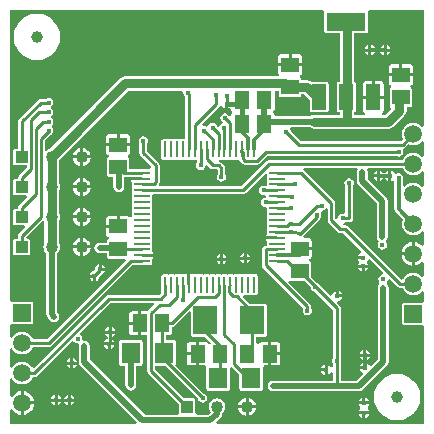
<source format=gbl>
G04 Layer_Physical_Order=2*
G04 Layer_Color=16711680*
%FSLAX24Y24*%
%MOIN*%
G70*
G01*
G75*
%ADD10R,0.0512X0.0591*%
%ADD11R,0.0591X0.0512*%
%ADD13R,0.0591X0.0591*%
%ADD19C,0.0197*%
%ADD20C,0.0098*%
%ADD21C,0.0118*%
%ADD22C,0.0591*%
%ADD23R,0.0400X0.0400*%
%ADD24C,0.0400*%
%ADD25R,0.0400X0.0400*%
%ADD26C,0.0394*%
%ADD27C,0.0150*%
%ADD28C,0.0170*%
%ADD29R,0.1299X0.0630*%
%ADD30R,0.0472X0.0866*%
%ADD31R,0.0787X0.0945*%
%ADD32R,0.0630X0.0709*%
%ADD33R,0.0531X0.0114*%
%ADD34R,0.0114X0.0531*%
%ADD35C,0.0315*%
%ADD36C,0.0157*%
G36*
X10623Y13973D02*
X10663Y13917D01*
Y13287D01*
X10669Y13257D01*
X10686Y13231D01*
X10712Y13213D01*
X10743Y13207D01*
X11176D01*
Y11596D01*
X11157D01*
X11126Y11590D01*
X11100Y11573D01*
X11082Y11547D01*
X11076Y11516D01*
Y10650D01*
X11082Y10619D01*
X11100Y10593D01*
X11126Y10575D01*
X11157Y10569D01*
X11176D01*
Y10502D01*
X10335D01*
X10242Y10483D01*
X10180Y10441D01*
X9003D01*
Y10482D01*
X8996Y10513D01*
X8979Y10539D01*
X8967Y10547D01*
X8962Y10566D01*
Y10596D01*
X8967Y10614D01*
X8979Y10622D01*
X8996Y10648D01*
X9003Y10679D01*
Y11270D01*
X9027Y11300D01*
X9147D01*
Y11157D01*
X9153Y11126D01*
X9171Y11100D01*
X9197Y11082D01*
X9227Y11076D01*
X9818D01*
X9849Y11082D01*
X9875Y11100D01*
X9892Y11126D01*
X9898Y11157D01*
Y11172D01*
X9989D01*
X10171Y10990D01*
Y10650D01*
X10177Y10619D01*
X10194Y10593D01*
X10220Y10575D01*
X10251Y10569D01*
X10723D01*
X10754Y10575D01*
X10780Y10593D01*
X10798Y10619D01*
X10804Y10650D01*
Y11516D01*
X10798Y11547D01*
X10780Y11573D01*
X10754Y11590D01*
X10723Y11596D01*
X10251D01*
X10242Y11594D01*
X10181Y11635D01*
X10089Y11653D01*
X9898D01*
Y11668D01*
X9892Y11699D01*
X9875Y11725D01*
X9849Y11742D01*
X9836Y11745D01*
X9836Y11806D01*
X9857Y11810D01*
X9890Y11832D01*
X9912Y11866D01*
X9920Y11905D01*
Y12110D01*
X9523D01*
X9125D01*
Y11905D01*
X9133Y11866D01*
X9149Y11841D01*
X9139Y11807D01*
X9124Y11781D01*
X4029D01*
X3936Y11763D01*
X3858Y11711D01*
X1506Y9359D01*
X1502Y9358D01*
X1434Y9330D01*
X1396Y9301D01*
X1336Y9327D01*
Y9641D01*
X1511Y9816D01*
X1536Y9821D01*
X1587Y9855D01*
X1621Y9906D01*
X1633Y9966D01*
X1621Y10026D01*
X1587Y10076D01*
X1586Y10077D01*
Y10149D01*
X1587Y10150D01*
X1621Y10201D01*
X1633Y10261D01*
X1621Y10321D01*
X1587Y10372D01*
X1567Y10385D01*
Y10456D01*
X1587Y10470D01*
X1621Y10521D01*
X1633Y10581D01*
X1621Y10641D01*
X1587Y10692D01*
X1567Y10705D01*
Y10776D01*
X1587Y10790D01*
X1621Y10841D01*
X1633Y10901D01*
X1621Y10961D01*
X1587Y11011D01*
X1536Y11045D01*
X1476Y11057D01*
X1416Y11045D01*
X1395Y11031D01*
X1206D01*
X1156Y11021D01*
X1113Y10993D01*
X483Y10362D01*
X454Y10320D01*
X444Y10270D01*
Y9367D01*
X375D01*
X344Y9361D01*
X318Y9343D01*
X301Y9317D01*
X295Y9287D01*
Y8887D01*
X301Y8856D01*
X318Y8830D01*
X344Y8812D01*
X375Y8806D01*
X758D01*
Y8743D01*
X483Y8467D01*
X454Y8425D01*
X444Y8375D01*
Y8367D01*
X375D01*
X344Y8361D01*
X318Y8343D01*
X301Y8317D01*
X295Y8287D01*
Y7887D01*
X301Y7856D01*
X318Y7830D01*
X344Y7812D01*
X375Y7806D01*
X721D01*
X746Y7746D01*
X483Y7483D01*
X454Y7441D01*
X444Y7391D01*
Y7367D01*
X375D01*
X344Y7361D01*
X318Y7343D01*
X301Y7317D01*
X295Y7287D01*
Y6887D01*
X301Y6856D01*
X318Y6830D01*
X344Y6812D01*
X375Y6806D01*
X663D01*
X685Y6751D01*
X483Y6548D01*
X454Y6506D01*
X444Y6456D01*
Y6367D01*
X375D01*
X344Y6361D01*
X318Y6343D01*
X301Y6317D01*
X295Y6287D01*
Y5887D01*
X301Y5856D01*
X318Y5830D01*
X344Y5812D01*
X375Y5806D01*
X775D01*
X806Y5812D01*
X832Y5830D01*
X849Y5856D01*
X855Y5887D01*
Y6287D01*
X849Y6317D01*
X832Y6343D01*
X806Y6361D01*
X775Y6367D01*
X755D01*
X730Y6427D01*
X1261Y6958D01*
X1331Y6946D01*
X1333Y6944D01*
X1334Y6943D01*
Y6231D01*
X1331Y6227D01*
X1303Y6159D01*
X1294Y6087D01*
X1303Y6014D01*
X1331Y5946D01*
X1376Y5888D01*
X1394Y5874D01*
Y4011D01*
Y3839D01*
X1408Y3769D01*
X1447Y3711D01*
X1521Y3637D01*
X1579Y3598D01*
X1649Y3584D01*
X1718Y3598D01*
X1776Y3637D01*
X1816Y3696D01*
X1829Y3765D01*
X1816Y3834D01*
X1776Y3892D01*
X1755Y3913D01*
Y4011D01*
Y5874D01*
X1774Y5888D01*
X1818Y5946D01*
X1846Y6014D01*
X1856Y6087D01*
X1846Y6159D01*
X1818Y6227D01*
X1816Y6231D01*
Y6943D01*
X1818Y6946D01*
X1846Y7014D01*
X1856Y7087D01*
X1846Y7159D01*
X1818Y7227D01*
X1816Y7231D01*
Y7943D01*
X1818Y7946D01*
X1846Y8014D01*
X1856Y8087D01*
X1846Y8159D01*
X1818Y8227D01*
X1816Y8231D01*
Y8943D01*
X1818Y8946D01*
X1846Y9014D01*
X1847Y9018D01*
X4128Y11300D01*
X5916D01*
X5964Y11240D01*
X5960Y11220D01*
X5973Y11157D01*
X6009Y11102D01*
X6021Y11094D01*
Y9694D01*
X6012Y9687D01*
X5898D01*
X5867Y9680D01*
X5856Y9673D01*
X5846Y9680D01*
X5815Y9687D01*
X5701D01*
X5670Y9680D01*
X5659Y9673D01*
X5649Y9680D01*
X5618Y9687D01*
X5504D01*
X5473Y9680D01*
X5463Y9673D01*
X5452Y9680D01*
X5421Y9687D01*
X5307D01*
X5276Y9680D01*
X5250Y9663D01*
X5233Y9637D01*
X5227Y9606D01*
Y9075D01*
X5233Y9044D01*
X5250Y9018D01*
X5276Y9001D01*
X5307Y8995D01*
X5421D01*
X5452Y9001D01*
X5463Y9008D01*
X5473Y9001D01*
X5504Y8995D01*
X5618D01*
X5649Y9001D01*
X5659Y9008D01*
X5670Y9001D01*
X5701Y8995D01*
X5815D01*
X5846Y9001D01*
X5856Y9008D01*
X5867Y9001D01*
X5898Y8995D01*
X6012D01*
X6043Y9001D01*
X6053Y9008D01*
X6064Y9001D01*
X6094Y8995D01*
X6209D01*
X6239Y9001D01*
X6250Y9008D01*
X6261Y9001D01*
X6291Y8995D01*
X6406D01*
X6415Y8987D01*
Y8891D01*
X6400Y8869D01*
X6389Y8809D01*
X6400Y8749D01*
X6434Y8698D01*
X6485Y8664D01*
X6545Y8652D01*
X6605Y8664D01*
X6656Y8698D01*
X6690Y8749D01*
X6697Y8782D01*
X6760Y8804D01*
X6847Y8717D01*
X6889Y8689D01*
X6939Y8679D01*
X7082D01*
X7104Y8657D01*
Y8497D01*
X7089Y8475D01*
X7078Y8415D01*
X7089Y8355D01*
X7123Y8305D01*
X7174Y8271D01*
X7234Y8259D01*
X7294Y8271D01*
X7345Y8305D01*
X7379Y8355D01*
X7391Y8415D01*
X7379Y8475D01*
X7365Y8497D01*
Y8711D01*
X7355Y8761D01*
X7326Y8803D01*
X7228Y8901D01*
X7186Y8930D01*
X7161Y8935D01*
X7167Y8995D01*
X7193D01*
X7224Y9001D01*
X7234Y9008D01*
X7245Y9001D01*
X7276Y8995D01*
X7390D01*
X7420Y9001D01*
X7431Y9008D01*
X7442Y9001D01*
X7472Y8995D01*
X7587D01*
X7617Y9001D01*
X7628Y9008D01*
X7639Y9001D01*
X7669Y8995D01*
X7783D01*
X7833Y8980D01*
X7862Y8937D01*
X7926Y8873D01*
X7968Y8845D01*
X8018Y8835D01*
X8419D01*
X8469Y8845D01*
X8511Y8873D01*
X8768Y9130D01*
X13045D01*
X13080Y9107D01*
X13140Y9095D01*
X13200Y9107D01*
X13251Y9141D01*
X13285Y9192D01*
X13297Y9252D01*
X13285Y9312D01*
X13314Y9376D01*
X13324Y9377D01*
X13366Y9406D01*
X13476Y9516D01*
X13534Y9492D01*
X13632Y9479D01*
X13730Y9492D01*
X13821Y9530D01*
X13899Y9590D01*
X13916Y9613D01*
X13976Y9592D01*
Y9120D01*
X13916Y9100D01*
X13899Y9123D01*
X13821Y9183D01*
X13730Y9221D01*
X13632Y9234D01*
X13534Y9221D01*
X13443Y9183D01*
X13365Y9123D01*
X13305Y9045D01*
X13281Y8987D01*
X8832D01*
X8782Y8977D01*
X8739Y8949D01*
X7894Y8103D01*
X5165D01*
X5145Y8163D01*
X5165Y8193D01*
X5175Y8243D01*
Y8809D01*
X5165Y8859D01*
X5137Y8901D01*
X4756Y9281D01*
Y9540D01*
X4771Y9561D01*
X4783Y9621D01*
X4771Y9681D01*
X4737Y9732D01*
X4686Y9766D01*
X4626Y9778D01*
X4566Y9766D01*
X4515Y9732D01*
X4481Y9681D01*
X4469Y9621D01*
X4481Y9561D01*
X4496Y9540D01*
Y9227D01*
X4505Y9177D01*
X4534Y9135D01*
X4881Y8788D01*
X4877Y8752D01*
X4852Y8700D01*
X4321D01*
X4290Y8694D01*
X4289Y8693D01*
X4165D01*
Y9006D01*
X4159Y9037D01*
X4141Y9063D01*
X4115Y9080D01*
X4103Y9083D01*
X4103Y9144D01*
X4124Y9148D01*
X4157Y9170D01*
X4179Y9203D01*
X4187Y9242D01*
Y9448D01*
X3392D01*
Y9242D01*
X3400Y9203D01*
X3422Y9170D01*
X3455Y9148D01*
X3476Y9144D01*
X3476Y9083D01*
X3463Y9080D01*
X3437Y9063D01*
X3420Y9037D01*
X3414Y9006D01*
Y8494D01*
X3420Y8463D01*
X3437Y8437D01*
X3463Y8420D01*
X3494Y8414D01*
X3633D01*
Y8095D01*
X3647Y8026D01*
X3686Y7968D01*
X3745Y7929D01*
X3814Y7915D01*
X3883Y7929D01*
X3942Y7968D01*
X3981Y8026D01*
X3995Y8095D01*
Y8414D01*
X4085D01*
X4115Y8420D01*
X4134Y8433D01*
X4211D01*
X4219Y8423D01*
Y8416D01*
X4587D01*
Y8316D01*
X4219D01*
Y8309D01*
X4227Y8270D01*
X4244Y8244D01*
X4241Y8226D01*
Y8112D01*
X4247Y8081D01*
X4254Y8071D01*
X4247Y8060D01*
X4241Y8030D01*
Y7915D01*
X4247Y7885D01*
X4254Y7874D01*
X4247Y7863D01*
X4241Y7833D01*
Y7718D01*
X4247Y7688D01*
X4254Y7677D01*
X4247Y7667D01*
X4241Y7636D01*
Y7522D01*
X4247Y7491D01*
X4254Y7480D01*
X4247Y7470D01*
X4241Y7439D01*
Y7325D01*
X4247Y7294D01*
X4254Y7283D01*
X4247Y7273D01*
X4241Y7242D01*
Y7128D01*
X4245Y7105D01*
X4234Y7084D01*
X4226Y7081D01*
X4170Y7083D01*
X4166Y7085D01*
X4157Y7100D01*
X4124Y7122D01*
X4085Y7130D01*
X3839D01*
Y6772D01*
X3789D01*
Y6722D01*
X3392D01*
Y6516D01*
X3400Y6477D01*
X3422Y6444D01*
X3455Y6422D01*
X3476Y6417D01*
X3476Y6356D01*
X3463Y6354D01*
X3437Y6336D01*
X3420Y6310D01*
X3414Y6280D01*
Y6234D01*
X3174D01*
X3105Y6220D01*
X3046Y6181D01*
X3007Y6122D01*
X2994Y6053D01*
X3007Y5984D01*
X3046Y5925D01*
X3105Y5886D01*
X3174Y5873D01*
X3414D01*
Y5768D01*
X3420Y5737D01*
X3437Y5711D01*
X3463Y5694D01*
X3494Y5687D01*
X4016D01*
X4040Y5627D01*
X1429Y3016D01*
X941D01*
X917Y3074D01*
X857Y3153D01*
X779Y3213D01*
X688Y3250D01*
X591Y3263D01*
X493Y3250D01*
X402Y3213D01*
X324Y3153D01*
X264Y3074D01*
X257Y3058D01*
X197Y3069D01*
Y3495D01*
X200Y3498D01*
X257Y3522D01*
X265Y3516D01*
X295Y3510D01*
X886D01*
X917Y3516D01*
X943Y3534D01*
X960Y3560D01*
X966Y3591D01*
Y4181D01*
X960Y4212D01*
X943Y4238D01*
X917Y4255D01*
X886Y4261D01*
X295D01*
X265Y4255D01*
X257Y4250D01*
X200Y4274D01*
X197Y4277D01*
X197Y13976D01*
X10618D01*
X10623Y13973D01*
D02*
G37*
G36*
X7456Y10683D02*
X7475Y10687D01*
X7500Y10704D01*
X7543Y10686D01*
X7562Y10672D01*
X7568Y10640D01*
X7590Y10607D01*
Y10554D01*
X7568Y10521D01*
X7560Y10482D01*
Y10462D01*
X7505Y10445D01*
X7500Y10446D01*
X7468Y10495D01*
X7417Y10529D01*
X7357Y10541D01*
X7297Y10529D01*
X7246Y10495D01*
X7212Y10444D01*
X7201Y10384D01*
X7212Y10324D01*
X7246Y10273D01*
X7279Y10251D01*
X7268Y10188D01*
X7248Y10184D01*
X7197Y10150D01*
X7167Y10105D01*
X7155Y10098D01*
X7100Y10088D01*
X7089Y10099D01*
X7084Y10124D01*
X7050Y10175D01*
X6999Y10209D01*
X6939Y10221D01*
X6879Y10209D01*
X6828Y10175D01*
X6794Y10124D01*
X6793Y10119D01*
X6727Y10095D01*
X6704Y10110D01*
X6644Y10122D01*
X6583Y10171D01*
X6582Y10187D01*
X7154Y10759D01*
X7178Y10795D01*
X7204Y10797D01*
X7241Y10789D01*
X7242Y10783D01*
X7280Y10725D01*
X7338Y10687D01*
X7357Y10683D01*
Y10851D01*
X7456D01*
Y10683D01*
D02*
G37*
G36*
X13305Y8668D02*
X13365Y8590D01*
X13443Y8530D01*
X13534Y8492D01*
X13632Y8479D01*
X13730Y8492D01*
X13821Y8530D01*
X13899Y8590D01*
X13916Y8613D01*
X13976Y8592D01*
Y8120D01*
X13916Y8100D01*
X13899Y8123D01*
X13821Y8183D01*
X13730Y8221D01*
X13632Y8234D01*
X13534Y8221D01*
X13443Y8183D01*
X13365Y8123D01*
X13340Y8091D01*
X13280Y8111D01*
Y8324D01*
X13285Y8331D01*
X13297Y8391D01*
X13285Y8451D01*
X13251Y8502D01*
X13200Y8536D01*
X13140Y8547D01*
X13080Y8536D01*
X13071Y8530D01*
X13057Y8530D01*
X12996Y8552D01*
X12971Y8591D01*
X12913Y8629D01*
X12894Y8633D01*
Y8465D01*
Y8296D01*
X12913Y8300D01*
X12938Y8316D01*
X12940Y8317D01*
X12999Y8285D01*
Y7348D01*
X13010Y7295D01*
X13040Y7249D01*
X13287Y7002D01*
X13268Y6954D01*
X13255Y6856D01*
X13268Y6759D01*
X13305Y6668D01*
X13365Y6590D01*
X13443Y6530D01*
X13534Y6492D01*
X13632Y6479D01*
X13730Y6492D01*
X13821Y6530D01*
X13899Y6590D01*
X13916Y6613D01*
X13976Y6592D01*
Y6150D01*
X13920Y6131D01*
X13914Y6138D01*
X13831Y6202D01*
X13735Y6241D01*
X13682Y6248D01*
Y5856D01*
Y5464D01*
X13735Y5471D01*
X13831Y5511D01*
X13914Y5574D01*
X13920Y5582D01*
X13976Y5563D01*
Y5120D01*
X13916Y5100D01*
X13899Y5123D01*
X13821Y5183D01*
X13730Y5221D01*
X13632Y5234D01*
X13534Y5221D01*
X13443Y5183D01*
X13365Y5123D01*
X13305Y5045D01*
X13288Y5003D01*
X13226Y4995D01*
X11448Y6773D01*
X11405Y6801D01*
X11356Y6811D01*
X11291D01*
X11285Y6822D01*
X11314Y6890D01*
X11330Y6893D01*
X11351Y6907D01*
X11491D01*
X11541Y6917D01*
X11583Y6945D01*
X11612Y6987D01*
X11622Y7037D01*
Y8137D01*
X11636Y8159D01*
X11648Y8219D01*
X11636Y8278D01*
X11602Y8329D01*
X11551Y8363D01*
X11491Y8375D01*
X11431Y8363D01*
X11380Y8329D01*
X11346Y8278D01*
X11334Y8219D01*
X11346Y8159D01*
X11361Y8137D01*
Y7233D01*
X11356Y7225D01*
X11301Y7188D01*
X11270Y7194D01*
X11210Y7182D01*
X11159Y7148D01*
X11125Y7097D01*
X11118Y7063D01*
X11060Y7034D01*
X11056Y7034D01*
X11031Y7052D01*
Y7554D01*
X11021Y7604D01*
X10993Y7646D01*
X10760Y7879D01*
X10760Y7879D01*
X9984Y8655D01*
X9968Y8666D01*
X9986Y8726D01*
X11741D01*
X11773Y8666D01*
X11767Y8657D01*
X11753Y8588D01*
Y8292D01*
X11767Y8223D01*
X11806Y8165D01*
X12418Y7553D01*
Y6422D01*
X12432Y6353D01*
X12471Y6295D01*
X12464Y6227D01*
X12454Y6212D01*
X12442Y6152D01*
X12454Y6092D01*
X12488Y6041D01*
X12538Y6007D01*
X12598Y5995D01*
X12658Y6007D01*
X12709Y6041D01*
X12743Y6092D01*
X12755Y6152D01*
X12743Y6212D01*
X12733Y6227D01*
X12726Y6295D01*
X12765Y6353D01*
X12779Y6422D01*
Y7628D01*
X12765Y7697D01*
X12726Y7756D01*
X12115Y8367D01*
Y8588D01*
X12101Y8657D01*
X12095Y8666D01*
X12127Y8726D01*
X13281D01*
X13305Y8668D01*
D02*
G37*
G36*
X13976Y10120D02*
X13916Y10100D01*
X13899Y10123D01*
X13821Y10183D01*
X13730Y10221D01*
X13632Y10234D01*
X13534Y10221D01*
X13443Y10183D01*
X13365Y10123D01*
X13305Y10045D01*
X13268Y9954D01*
X13255Y9856D01*
X13268Y9759D01*
X13292Y9700D01*
X13220Y9628D01*
X9872D01*
X9549Y9951D01*
X9544Y9976D01*
X9515Y10020D01*
X9523Y10051D01*
X9539Y10080D01*
X10180D01*
X10242Y10038D01*
X10335Y10020D01*
X12795D01*
X12887Y10038D01*
X12966Y10091D01*
X13335Y10460D01*
X13387Y10538D01*
X13405Y10630D01*
Y10737D01*
X13509D01*
X13540Y10743D01*
X13566Y10760D01*
X13583Y10786D01*
X13589Y10817D01*
Y11329D01*
X13583Y11359D01*
X13566Y11386D01*
X13540Y11403D01*
X13527Y11405D01*
X13527Y11467D01*
X13548Y11471D01*
X13581Y11493D01*
X13603Y11526D01*
X13611Y11565D01*
Y11771D01*
X13214D01*
Y11821D01*
D01*
Y11771D01*
X12816D01*
Y11565D01*
X12824Y11526D01*
X12846Y11493D01*
X12879Y11471D01*
X12900Y11467D01*
X12900Y11405D01*
X12888Y11403D01*
X12862Y11386D01*
X12844Y11359D01*
X12838Y11329D01*
Y10817D01*
X12844Y10786D01*
X12862Y10760D01*
X12866Y10757D01*
X12880Y10696D01*
X12877Y10684D01*
X12696Y10502D01*
X12593D01*
X12586Y10521D01*
X12583Y10562D01*
X12607Y10578D01*
X12629Y10611D01*
X12636Y10650D01*
Y11033D01*
X12298D01*
X11960D01*
Y10650D01*
X11968Y10611D01*
X11990Y10578D01*
X12014Y10562D01*
X12011Y10521D01*
X12004Y10502D01*
X11658D01*
Y10575D01*
X11660Y10575D01*
X11686Y10593D01*
X11703Y10619D01*
X11709Y10650D01*
Y11516D01*
X11703Y11547D01*
X11686Y11573D01*
X11660Y11590D01*
X11658Y11590D01*
Y13207D01*
X12042D01*
X12073Y13213D01*
X12099Y13231D01*
X12116Y13257D01*
X12123Y13287D01*
Y13917D01*
X12162Y13973D01*
X12167Y13976D01*
X13976D01*
Y10120D01*
D02*
G37*
G36*
X8727Y8519D02*
X8749Y8504D01*
X8755Y8475D01*
X8762Y8465D01*
X8755Y8454D01*
X8748Y8423D01*
Y8309D01*
X8755Y8278D01*
X8762Y8268D01*
X8755Y8257D01*
X8748Y8226D01*
Y8155D01*
X8711Y8127D01*
X8688Y8119D01*
X8637Y8129D01*
X8577Y8117D01*
X8526Y8083D01*
X8492Y8032D01*
X8480Y7972D01*
X8492Y7912D01*
X8526Y7862D01*
X8577Y7828D01*
X8637Y7816D01*
X8658Y7820D01*
X8716Y7778D01*
X8717Y7741D01*
X8711Y7735D01*
X8651Y7724D01*
X8600Y7690D01*
X8566Y7639D01*
X8554Y7579D01*
X8566Y7519D01*
X8600Y7468D01*
X8651Y7434D01*
X8711Y7422D01*
X8748Y7391D01*
Y7325D01*
X8755Y7294D01*
X8762Y7283D01*
X8755Y7273D01*
X8748Y7242D01*
Y7128D01*
X8755Y7097D01*
X8762Y7087D01*
X8755Y7076D01*
X8748Y7045D01*
Y6931D01*
X8755Y6900D01*
X8762Y6890D01*
X8755Y6879D01*
X8748Y6848D01*
Y6734D01*
X8755Y6704D01*
X8762Y6693D01*
X8755Y6682D01*
X8748Y6652D01*
Y6537D01*
X8752Y6520D01*
X8735Y6494D01*
X8727Y6455D01*
Y6448D01*
X9094D01*
Y6348D01*
X8727D01*
Y6341D01*
X8735Y6302D01*
X8752Y6275D01*
X8748Y6258D01*
Y6144D01*
X8741Y6134D01*
X8720D01*
X8670Y6124D01*
X8627Y6096D01*
X8599Y6054D01*
X8589Y6004D01*
Y5478D01*
X8599Y5428D01*
X8627Y5386D01*
X9963Y4050D01*
Y4048D01*
X9949Y4026D01*
X9937Y3966D01*
X9949Y3907D01*
X9983Y3856D01*
X10033Y3822D01*
X10093Y3810D01*
X10153Y3822D01*
X10204Y3856D01*
X10238Y3907D01*
X10250Y3966D01*
X10238Y4026D01*
X10224Y4048D01*
Y4104D01*
X10214Y4154D01*
X10186Y4197D01*
X9464Y4918D01*
X9502Y4965D01*
X9517Y4955D01*
X9547Y4949D01*
X9994D01*
X10204Y4739D01*
X10214Y4689D01*
X10248Y4638D01*
X10299Y4604D01*
X10349Y4594D01*
X10942Y4001D01*
Y2370D01*
X10928Y2348D01*
X10916Y2288D01*
X10928Y2228D01*
X10942Y2207D01*
Y2096D01*
X10882Y2078D01*
X10855Y2119D01*
X10797Y2158D01*
X10778Y2162D01*
Y1993D01*
Y1825D01*
X10797Y1828D01*
X10855Y1867D01*
X10882Y1909D01*
X10942Y1890D01*
Y1632D01*
X8957D01*
X8888Y1619D01*
X8829Y1579D01*
X8790Y1521D01*
X8776Y1452D01*
X8790Y1383D01*
X8829Y1324D01*
X8888Y1285D01*
X8957Y1271D01*
X11438D01*
X11442Y1270D01*
X11446Y1271D01*
X11811D01*
X11880Y1285D01*
X11939Y1324D01*
X12751Y2136D01*
X12790Y2195D01*
X12804Y2264D01*
Y2411D01*
Y4724D01*
X12790Y4794D01*
X12751Y4852D01*
X12750Y4853D01*
X12746Y4927D01*
X12768Y4960D01*
X12774Y4993D01*
X12837Y5015D01*
X13088Y4764D01*
X13130Y4736D01*
X13180Y4726D01*
X13281D01*
X13305Y4668D01*
X13365Y4590D01*
X13443Y4530D01*
X13534Y4492D01*
X13632Y4479D01*
X13730Y4492D01*
X13821Y4530D01*
X13899Y4590D01*
X13916Y4613D01*
X13976Y4592D01*
Y4280D01*
X13927Y4232D01*
X13337D01*
X13306Y4226D01*
X13280Y4208D01*
X13262Y4182D01*
X13256Y4152D01*
Y3561D01*
X13262Y3530D01*
X13280Y3504D01*
X13306Y3487D01*
X13337Y3481D01*
X13916D01*
X13936Y3472D01*
X13976Y3433D01*
Y197D01*
X7076D01*
X7053Y252D01*
X7204Y404D01*
X7244Y462D01*
X7257Y531D01*
Y542D01*
X7285Y564D01*
X7330Y622D01*
X7358Y690D01*
X7368Y763D01*
X7358Y836D01*
X7330Y903D01*
X7285Y962D01*
X7227Y1006D01*
X7159Y1034D01*
X7087Y1044D01*
X7014Y1034D01*
X6946Y1006D01*
X6888Y962D01*
X6843Y903D01*
X6815Y836D01*
X6805Y763D01*
X6815Y690D01*
X6843Y622D01*
X6873Y583D01*
X6790Y501D01*
X6411D01*
X6403Y506D01*
X6366Y561D01*
X6367Y563D01*
Y963D01*
X6361Y994D01*
X6343Y1020D01*
X6317Y1037D01*
X6287Y1043D01*
X5991D01*
X5021Y2013D01*
Y2124D01*
X5368D01*
X6455Y1038D01*
X6464Y995D01*
X6497Y944D01*
X6548Y910D01*
X6608Y899D01*
X6668Y910D01*
X6719Y944D01*
X6753Y995D01*
X6765Y1055D01*
X6753Y1115D01*
X6719Y1166D01*
X6668Y1200D01*
X6660Y1202D01*
X5698Y2164D01*
X5704Y2174D01*
X5710Y2205D01*
Y2913D01*
X5704Y2944D01*
X5687Y2970D01*
X5661Y2988D01*
X5630Y2994D01*
X5396D01*
Y3168D01*
X5522D01*
X5552Y3174D01*
X5578Y3191D01*
X5596Y3217D01*
X5602Y3248D01*
Y3418D01*
X5624Y3423D01*
X5666Y3451D01*
X6164Y3948D01*
X6219Y3925D01*
Y3169D01*
X6225Y3139D01*
X6242Y3113D01*
X6269Y3095D01*
X6299Y3089D01*
X6692D01*
X6879Y2902D01*
X6877Y2886D01*
X6860Y2860D01*
X6857Y2848D01*
X6796Y2848D01*
X6792Y2869D01*
X6770Y2902D01*
X6737Y2924D01*
X6698Y2932D01*
X6492D01*
Y2534D01*
Y2137D01*
X6686D01*
X6695Y2132D01*
X6712Y2114D01*
X6732Y2083D01*
X6731Y2077D01*
Y1368D01*
X6737Y1337D01*
X6754Y1311D01*
X6780Y1294D01*
X6811Y1288D01*
X7441D01*
X7472Y1294D01*
X7498Y1311D01*
X7515Y1337D01*
X7521Y1368D01*
Y2052D01*
X7581Y2077D01*
X7833Y1825D01*
Y1368D01*
X7839Y1337D01*
X7857Y1311D01*
X7883Y1294D01*
X7913Y1288D01*
X8543D01*
X8574Y1294D01*
X8600Y1311D01*
X8617Y1337D01*
X8624Y1368D01*
Y2077D01*
X8623Y2077D01*
X8662Y2133D01*
X8668Y2137D01*
X8789D01*
Y2534D01*
Y2932D01*
X8583D01*
X8544Y2924D01*
X8511Y2902D01*
X8488Y2869D01*
X8484Y2848D01*
X8423Y2848D01*
X8421Y2860D01*
X8403Y2886D01*
X8398Y2890D01*
Y3089D01*
X8661D01*
X8692Y3095D01*
X8718Y3113D01*
X8736Y3139D01*
X8742Y3169D01*
Y4114D01*
X8736Y4145D01*
X8718Y4171D01*
X8692Y4188D01*
X8661Y4194D01*
X8189D01*
X7962Y4421D01*
X7981Y4479D01*
X8030Y4494D01*
X8032Y4493D01*
X8063Y4487D01*
X8177D01*
X8208Y4493D01*
X8219Y4500D01*
X8229Y4493D01*
X8260Y4487D01*
X8374D01*
X8405Y4493D01*
X8431Y4510D01*
X8448Y4536D01*
X8454Y4567D01*
Y5098D01*
X8448Y5129D01*
X8431Y5155D01*
X8405Y5173D01*
X8374Y5179D01*
X8260D01*
X8229Y5173D01*
X8219Y5166D01*
X8208Y5173D01*
X8177Y5179D01*
X8063D01*
X8032Y5173D01*
X8022Y5166D01*
X8011Y5173D01*
X7980Y5179D01*
X7866D01*
X7835Y5173D01*
X7825Y5166D01*
X7814Y5173D01*
X7783Y5179D01*
X7669D01*
X7639Y5173D01*
X7628Y5166D01*
X7617Y5173D01*
X7587Y5179D01*
X7472D01*
X7442Y5173D01*
X7431Y5166D01*
X7420Y5173D01*
X7390Y5179D01*
X7276D01*
X7245Y5173D01*
X7234Y5166D01*
X7224Y5173D01*
X7193Y5179D01*
X7079D01*
X7048Y5173D01*
X7037Y5166D01*
X7027Y5173D01*
X6996Y5179D01*
X6882D01*
X6851Y5173D01*
X6841Y5166D01*
X6830Y5173D01*
X6799Y5179D01*
X6685D01*
X6654Y5173D01*
X6644Y5166D01*
X6633Y5173D01*
X6602Y5179D01*
X6488D01*
X6457Y5173D01*
X6447Y5166D01*
X6436Y5173D01*
X6406Y5179D01*
X6291D01*
X6274Y5175D01*
X6248Y5193D01*
X6209Y5200D01*
X6202D01*
Y4833D01*
X6102D01*
Y5200D01*
X6094D01*
X6055Y5193D01*
X6029Y5175D01*
X6012Y5179D01*
X5898D01*
X5867Y5173D01*
X5856Y5166D01*
X5846Y5173D01*
X5815Y5179D01*
X5701D01*
X5670Y5173D01*
X5659Y5166D01*
X5649Y5173D01*
X5618Y5179D01*
X5504D01*
X5473Y5173D01*
X5463Y5166D01*
X5452Y5173D01*
X5421Y5179D01*
X5307D01*
X5276Y5173D01*
X5250Y5155D01*
X5233Y5129D01*
X5227Y5098D01*
Y4567D01*
X5230Y4553D01*
X5163Y4486D01*
X3469D01*
X3420Y4476D01*
X3377Y4448D01*
X989Y2059D01*
X918Y2073D01*
X917Y2074D01*
X857Y2153D01*
X779Y2213D01*
X688Y2250D01*
X591Y2263D01*
X493Y2250D01*
X402Y2213D01*
X324Y2153D01*
X264Y2074D01*
X257Y2058D01*
X197Y2069D01*
Y2702D01*
X257Y2714D01*
X264Y2697D01*
X324Y2619D01*
X402Y2559D01*
X493Y2521D01*
X591Y2509D01*
X688Y2521D01*
X779Y2559D01*
X857Y2619D01*
X917Y2697D01*
X941Y2755D01*
X1483D01*
X1533Y2765D01*
X1576Y2794D01*
X4262Y5480D01*
X4289D01*
X4290Y5479D01*
X4321Y5473D01*
X4852D01*
X4883Y5479D01*
X4909Y5496D01*
X4927Y5522D01*
X4933Y5553D01*
Y5667D01*
X4929Y5685D01*
X4947Y5711D01*
X4954Y5750D01*
Y5757D01*
X4587D01*
Y5857D01*
X4954D01*
Y5864D01*
X4947Y5903D01*
X4929Y5929D01*
X4933Y5947D01*
Y6061D01*
X4927Y6092D01*
X4919Y6102D01*
X4927Y6113D01*
X4933Y6144D01*
Y6258D01*
X4927Y6289D01*
X4919Y6299D01*
X4927Y6310D01*
X4933Y6341D01*
Y6455D01*
X4927Y6485D01*
X4919Y6496D01*
X4927Y6507D01*
X4933Y6537D01*
Y6652D01*
X4927Y6682D01*
X4919Y6693D01*
X4927Y6704D01*
X4933Y6734D01*
Y6848D01*
X4927Y6879D01*
X4919Y6890D01*
X4927Y6900D01*
X4933Y6931D01*
Y7045D01*
X4927Y7076D01*
X4919Y7087D01*
X4927Y7097D01*
X4933Y7128D01*
Y7242D01*
X4927Y7273D01*
X4919Y7283D01*
X4927Y7294D01*
X4933Y7325D01*
Y7439D01*
X4927Y7470D01*
X4919Y7480D01*
X4927Y7491D01*
X4933Y7522D01*
Y7636D01*
X4927Y7667D01*
X4919Y7677D01*
X4927Y7688D01*
X4933Y7718D01*
Y7833D01*
X4940Y7842D01*
X7948D01*
X7998Y7852D01*
X8040Y7880D01*
X8693Y8533D01*
X8727Y8519D01*
D02*
G37*
G36*
X10770Y7354D02*
Y6974D01*
X10780Y6924D01*
X10808Y6881D01*
X11101Y6589D01*
X11143Y6560D01*
X11193Y6550D01*
X11302D01*
X11896Y5956D01*
X11878Y5890D01*
X11832Y5859D01*
X11794Y5802D01*
X11790Y5783D01*
X11959D01*
Y5683D01*
X11790D01*
X11794Y5665D01*
X11832Y5607D01*
Y5564D01*
X11794Y5506D01*
X11790Y5488D01*
X12127D01*
X12124Y5506D01*
X12085Y5564D01*
Y5607D01*
X12115Y5652D01*
X12181Y5671D01*
X12618Y5234D01*
X12596Y5171D01*
X12563Y5165D01*
X12512Y5131D01*
X12478Y5080D01*
X12466Y5020D01*
X12478Y4960D01*
X12500Y4927D01*
X12496Y4853D01*
X12495Y4852D01*
X12456Y4794D01*
X12442Y4724D01*
Y2411D01*
Y2339D01*
X12231Y2127D01*
X12165Y2146D01*
X12134Y2193D01*
X12076Y2232D01*
X12058Y2235D01*
Y2067D01*
X12008D01*
Y2017D01*
X11839D01*
X11843Y1999D01*
X11882Y1941D01*
X11928Y1910D01*
X11948Y1844D01*
X11736Y1632D01*
X11203D01*
Y2207D01*
X11218Y2228D01*
X11230Y2288D01*
X11218Y2348D01*
X11203Y2370D01*
Y4055D01*
X11193Y4105D01*
X11165Y4147D01*
X11094Y4218D01*
X11095Y4224D01*
X11118Y4279D01*
X11166Y4289D01*
X11224Y4328D01*
X11262Y4385D01*
X11266Y4404D01*
X11097D01*
Y4454D01*
X11047D01*
Y4622D01*
X11029Y4619D01*
X10971Y4580D01*
X10933Y4522D01*
X10923Y4474D01*
X10868Y4451D01*
X10862Y4451D01*
X10504Y4808D01*
X10504Y4809D01*
X10470Y4860D01*
X10419Y4894D01*
X10418Y4894D01*
X10218Y5094D01*
Y5541D01*
X10212Y5572D01*
X10195Y5598D01*
X10169Y5616D01*
X10156Y5618D01*
X10156Y5679D01*
X10177Y5683D01*
X10210Y5705D01*
X10232Y5739D01*
X10240Y5778D01*
Y5983D01*
X9843D01*
Y6083D01*
X10240D01*
Y6289D01*
X10232Y6328D01*
X10210Y6361D01*
X10177Y6384D01*
X10138Y6391D01*
X9983D01*
X9975Y6403D01*
X9961Y6451D01*
X10501Y6991D01*
X10529Y7034D01*
X10538Y7077D01*
X10553Y7100D01*
X10565Y7160D01*
X10553Y7220D01*
X10536Y7247D01*
X10572Y7301D01*
X10581Y7299D01*
X10641Y7311D01*
X10692Y7345D01*
X10710Y7373D01*
X10770Y7354D01*
D02*
G37*
G36*
X2315Y2931D02*
X2325Y2916D01*
X2376Y2882D01*
X2436Y2870D01*
X2438Y2870D01*
X2484Y2818D01*
X2477Y2781D01*
Y2264D01*
X2491Y2195D01*
X2530Y2136D01*
X4414Y252D01*
X4391Y197D01*
X197D01*
Y653D01*
X257Y671D01*
X309Y604D01*
X391Y541D01*
X487Y501D01*
X541Y494D01*
Y886D01*
Y1278D01*
X487Y1271D01*
X391Y1231D01*
X309Y1168D01*
X257Y1100D01*
X197Y1119D01*
Y1702D01*
X257Y1714D01*
X264Y1697D01*
X324Y1619D01*
X402Y1559D01*
X493Y1521D01*
X591Y1509D01*
X688Y1521D01*
X779Y1559D01*
X857Y1619D01*
X917Y1697D01*
X941Y1755D01*
X1000D01*
X1050Y1765D01*
X1092Y1794D01*
X2240Y2941D01*
X2315Y2931D01*
D02*
G37*
G36*
X5002Y4169D02*
X4799Y3966D01*
X4780Y3939D01*
X4774Y3941D01*
X4568D01*
Y3543D01*
Y3146D01*
X4760D01*
Y1959D01*
X4770Y1909D01*
X4799Y1866D01*
X5806Y859D01*
Y563D01*
X5807Y561D01*
X5770Y506D01*
X5762Y501D01*
X4676D01*
X2838Y2339D01*
Y2781D01*
X2824Y2850D01*
X2785Y2908D01*
X2727Y2947D01*
X2657Y2961D01*
X2640Y2958D01*
X2589Y3009D01*
X2593Y3027D01*
X2581Y3087D01*
X2547Y3137D01*
X2531Y3148D01*
X2522Y3223D01*
X3524Y4225D01*
X4979D01*
X5002Y4169D01*
D02*
G37*
%LPC*%
G36*
X2952Y5068D02*
X2833D01*
X2837Y5050D01*
X2876Y4992D01*
X2934Y4953D01*
X2952Y4950D01*
Y5068D01*
D02*
G37*
G36*
X3150Y5509D02*
X3131Y5505D01*
X3073Y5467D01*
X3035Y5409D01*
X3024Y5353D01*
X3017Y5337D01*
X2970Y5290D01*
X2934Y5283D01*
X2876Y5244D01*
X2837Y5186D01*
X2833Y5168D01*
X3002D01*
Y5118D01*
X3052D01*
Y4950D01*
X3070Y4953D01*
X3128Y4992D01*
X3167Y5050D01*
X3178Y5105D01*
X3184Y5122D01*
X3232Y5168D01*
X3268Y5176D01*
X3326Y5214D01*
X3364Y5272D01*
X3368Y5290D01*
X3200D01*
Y5340D01*
X3150D01*
Y5509D01*
D02*
G37*
G36*
X4085Y9856D02*
X3839D01*
Y9548D01*
X4187D01*
Y9754D01*
X4179Y9793D01*
X4157Y9826D01*
X4124Y9848D01*
X4085Y9856D01*
D02*
G37*
G36*
X3739D02*
X3494D01*
X3455Y9848D01*
X3422Y9826D01*
X3400Y9793D01*
X3392Y9754D01*
Y9548D01*
X3739D01*
Y9856D01*
D02*
G37*
G36*
X2625Y9383D02*
Y9137D01*
X2871D01*
X2867Y9165D01*
X2837Y9238D01*
X2789Y9301D01*
X2726Y9349D01*
X2653Y9379D01*
X2625Y9383D01*
D02*
G37*
G36*
X2525D02*
X2496Y9379D01*
X2424Y9349D01*
X2361Y9301D01*
X2313Y9238D01*
X2283Y9165D01*
X2279Y9137D01*
X2525D01*
Y9383D01*
D02*
G37*
G36*
X2871Y9037D02*
X2625D01*
Y8791D01*
X2653Y8794D01*
X2726Y8825D01*
X2789Y8873D01*
X2837Y8935D01*
X2867Y9008D01*
X2871Y9037D01*
D02*
G37*
G36*
X2525D02*
X2279D01*
X2283Y9008D01*
X2313Y8935D01*
X2361Y8873D01*
X2424Y8825D01*
X2496Y8794D01*
X2525Y8791D01*
Y9037D01*
D02*
G37*
G36*
X1083Y13863D02*
X1079Y13862D01*
X1075Y13863D01*
X940Y13849D01*
X932Y13847D01*
X924Y13846D01*
X794Y13807D01*
X787Y13803D01*
X780Y13801D01*
X660Y13737D01*
X654Y13732D01*
X647Y13728D01*
X542Y13642D01*
X537Y13636D01*
X531Y13631D01*
X445Y13526D01*
X441Y13519D01*
X436Y13513D01*
X372Y13393D01*
X370Y13386D01*
X366Y13379D01*
X327Y13249D01*
X326Y13241D01*
X324Y13233D01*
X310Y13098D01*
X311Y13091D01*
X310Y13083D01*
X324Y12948D01*
X326Y12940D01*
X327Y12932D01*
X366Y12802D01*
X370Y12795D01*
X372Y12788D01*
X436Y12668D01*
X441Y12662D01*
X445Y12655D01*
X531Y12550D01*
X537Y12545D01*
X542Y12539D01*
X647Y12453D01*
X654Y12449D01*
X660Y12444D01*
X780Y12380D01*
X787Y12378D01*
X794Y12374D01*
X924Y12335D01*
X932Y12334D01*
X940Y12332D01*
X1075Y12318D01*
X1079Y12319D01*
X1083Y12318D01*
X1087Y12319D01*
X1091Y12318D01*
X1226Y12332D01*
X1233Y12334D01*
X1241Y12335D01*
X1371Y12374D01*
X1378Y12378D01*
X1385Y12380D01*
X1505Y12444D01*
X1511Y12449D01*
X1518Y12453D01*
X1623Y12539D01*
X1628Y12545D01*
X1634Y12550D01*
X1720Y12655D01*
X1724Y12662D01*
X1729Y12668D01*
X1793Y12788D01*
X1795Y12795D01*
X1799Y12802D01*
X1839Y12932D01*
X1839Y12940D01*
X1842Y12948D01*
X1855Y13083D01*
X1854Y13091D01*
X1855Y13098D01*
X1842Y13233D01*
X1839Y13241D01*
X1839Y13249D01*
X1799Y13379D01*
X1795Y13386D01*
X1793Y13393D01*
X1729Y13513D01*
X1724Y13519D01*
X1720Y13526D01*
X1634Y13631D01*
X1628Y13636D01*
X1623Y13642D01*
X1518Y13728D01*
X1511Y13732D01*
X1505Y13737D01*
X1385Y13801D01*
X1378Y13803D01*
X1371Y13807D01*
X1241Y13846D01*
X1233Y13847D01*
X1226Y13849D01*
X1091Y13863D01*
X1087Y13862D01*
X1083Y13863D01*
D02*
G37*
G36*
X9818Y12518D02*
X9573D01*
Y12210D01*
X9920D01*
Y12416D01*
X9912Y12455D01*
X9890Y12488D01*
X9857Y12511D01*
X9818Y12518D01*
D02*
G37*
G36*
X9473D02*
X9227D01*
X9188Y12511D01*
X9155Y12488D01*
X9133Y12455D01*
X9125Y12416D01*
Y12210D01*
X9473D01*
Y12518D01*
D02*
G37*
G36*
X2625Y8383D02*
Y8137D01*
X2871D01*
X2867Y8165D01*
X2837Y8238D01*
X2789Y8301D01*
X2726Y8349D01*
X2653Y8379D01*
X2625Y8383D01*
D02*
G37*
G36*
X2525Y6037D02*
X2279D01*
X2283Y6008D01*
X2313Y5935D01*
X2361Y5873D01*
X2424Y5825D01*
X2496Y5794D01*
X2525Y5791D01*
Y6037D01*
D02*
G37*
G36*
X3250Y5509D02*
Y5390D01*
X3368D01*
X3364Y5409D01*
X3326Y5467D01*
X3268Y5505D01*
X3250Y5509D01*
D02*
G37*
G36*
X2625Y7383D02*
Y7137D01*
X2871D01*
X2867Y7165D01*
X2837Y7238D01*
X2789Y7301D01*
X2726Y7349D01*
X2653Y7379D01*
X2625Y7383D01*
D02*
G37*
G36*
X2525D02*
X2496Y7379D01*
X2424Y7349D01*
X2361Y7301D01*
X2313Y7238D01*
X2283Y7165D01*
X2279Y7137D01*
X2525D01*
Y7383D01*
D02*
G37*
G36*
X3739Y7130D02*
X3494D01*
X3455Y7122D01*
X3422Y7100D01*
X3400Y7067D01*
X3392Y7028D01*
Y6822D01*
X3739D01*
Y7130D01*
D02*
G37*
G36*
X2525Y8383D02*
X2496Y8379D01*
X2424Y8349D01*
X2361Y8301D01*
X2313Y8238D01*
X2283Y8165D01*
X2279Y8137D01*
X2525D01*
Y8383D01*
D02*
G37*
G36*
X2871Y8037D02*
X2625D01*
Y7791D01*
X2653Y7794D01*
X2726Y7825D01*
X2789Y7873D01*
X2837Y7935D01*
X2867Y8008D01*
X2871Y8037D01*
D02*
G37*
G36*
X2525D02*
X2279D01*
X2283Y8008D01*
X2313Y7935D01*
X2361Y7873D01*
X2424Y7825D01*
X2496Y7794D01*
X2525Y7791D01*
Y8037D01*
D02*
G37*
G36*
Y6383D02*
X2496Y6379D01*
X2424Y6349D01*
X2361Y6301D01*
X2313Y6238D01*
X2283Y6165D01*
X2279Y6137D01*
X2525D01*
Y6383D01*
D02*
G37*
G36*
X2871Y6037D02*
X2625D01*
Y5791D01*
X2653Y5794D01*
X2726Y5825D01*
X2789Y5873D01*
X2837Y5935D01*
X2867Y6008D01*
X2871Y6037D01*
D02*
G37*
G36*
Y7037D02*
X2625D01*
Y6791D01*
X2653Y6794D01*
X2726Y6825D01*
X2789Y6873D01*
X2837Y6935D01*
X2867Y7008D01*
X2871Y7037D01*
D02*
G37*
G36*
X2525D02*
X2279D01*
X2283Y7008D01*
X2313Y6935D01*
X2361Y6873D01*
X2424Y6825D01*
X2496Y6794D01*
X2525Y6791D01*
Y7037D01*
D02*
G37*
G36*
X2625Y6383D02*
Y6137D01*
X2871D01*
X2867Y6165D01*
X2837Y6238D01*
X2789Y6301D01*
X2726Y6349D01*
X2653Y6379D01*
X2625Y6383D01*
D02*
G37*
G36*
X12794Y8633D02*
X12776Y8629D01*
X12718Y8591D01*
X12693Y8553D01*
X12692Y8553D01*
X12628D01*
X12627Y8553D01*
X12602Y8591D01*
X12544Y8629D01*
X12525Y8633D01*
Y8465D01*
Y8296D01*
X12544Y8300D01*
X12602Y8338D01*
X12627Y8376D01*
X12628Y8377D01*
X12692D01*
X12693Y8376D01*
X12718Y8338D01*
X12776Y8300D01*
X12794Y8296D01*
Y8465D01*
Y8633D01*
D02*
G37*
G36*
X12425D02*
X12407Y8629D01*
X12349Y8591D01*
X12311Y8533D01*
X12307Y8515D01*
X12425D01*
Y8633D01*
D02*
G37*
G36*
Y8415D02*
X12307D01*
X12311Y8396D01*
X12349Y8338D01*
X12407Y8300D01*
X12425Y8296D01*
Y8415D01*
D02*
G37*
G36*
X13582Y5806D02*
X13240D01*
X13247Y5753D01*
X13287Y5657D01*
X13350Y5574D01*
X13433Y5511D01*
X13529Y5471D01*
X13582Y5464D01*
Y5806D01*
D02*
G37*
G36*
Y6248D02*
X13529Y6241D01*
X13433Y6202D01*
X13350Y6138D01*
X13287Y6056D01*
X13247Y5959D01*
X13240Y5906D01*
X13582D01*
Y6248D01*
D02*
G37*
G36*
X13164Y12179D02*
X12918D01*
X12879Y12171D01*
X12846Y12149D01*
X12824Y12116D01*
X12816Y12077D01*
Y11871D01*
X13164D01*
Y12179D01*
D02*
G37*
G36*
X12534Y11618D02*
X12348D01*
Y11133D01*
X12636D01*
Y11516D01*
X12629Y11555D01*
X12607Y11588D01*
X12573Y11610D01*
X12534Y11618D01*
D02*
G37*
G36*
X12248D02*
X12062D01*
X12023Y11610D01*
X11990Y11588D01*
X11968Y11555D01*
X11960Y11516D01*
Y11133D01*
X12248D01*
Y11618D01*
D02*
G37*
G36*
X12230Y12816D02*
Y12698D01*
X12349D01*
X12345Y12716D01*
X12306Y12774D01*
X12248Y12812D01*
X12230Y12816D01*
D02*
G37*
G36*
X12130D02*
X12112Y12812D01*
X12054Y12774D01*
X12015Y12716D01*
X12012Y12698D01*
X12130D01*
Y12816D01*
D02*
G37*
G36*
X12865Y12598D02*
X12747D01*
Y12479D01*
X12765Y12483D01*
X12823Y12521D01*
X12862Y12579D01*
X12865Y12598D01*
D02*
G37*
G36*
X12747Y12816D02*
Y12698D01*
X12865D01*
X12862Y12716D01*
X12823Y12774D01*
X12765Y12812D01*
X12747Y12816D01*
D02*
G37*
G36*
X12647D02*
X12629Y12812D01*
X12571Y12774D01*
X12532Y12716D01*
X12528Y12698D01*
X12647D01*
Y12816D01*
D02*
G37*
G36*
X13509Y12179D02*
X13264D01*
Y11871D01*
X13611D01*
Y12077D01*
X13603Y12116D01*
X13581Y12149D01*
X13548Y12171D01*
X13509Y12179D01*
D02*
G37*
G36*
X12647Y12598D02*
X12528D01*
X12532Y12579D01*
X12571Y12521D01*
X12629Y12483D01*
X12647Y12479D01*
Y12598D01*
D02*
G37*
G36*
X12349D02*
X12230D01*
Y12479D01*
X12248Y12483D01*
X12306Y12521D01*
X12345Y12579D01*
X12349Y12598D01*
D02*
G37*
G36*
X12130D02*
X12012D01*
X12015Y12579D01*
X12054Y12521D01*
X12112Y12483D01*
X12130Y12479D01*
Y12598D01*
D02*
G37*
G36*
X6392Y2484D02*
X6084D01*
Y2239D01*
X6092Y2200D01*
X6114Y2167D01*
X6147Y2145D01*
X6186Y2137D01*
X6392D01*
Y2484D01*
D02*
G37*
G36*
X9196D02*
X8889D01*
Y2137D01*
X9094D01*
X9134Y2145D01*
X9167Y2167D01*
X9189Y2200D01*
X9196Y2239D01*
Y2484D01*
D02*
G37*
G36*
X9094Y2932D02*
X8889D01*
Y2584D01*
X9196D01*
Y2830D01*
X9189Y2869D01*
X9167Y2902D01*
X9134Y2924D01*
X9094Y2932D01*
D02*
G37*
G36*
X6392D02*
X6186D01*
X6147Y2924D01*
X6114Y2902D01*
X6092Y2869D01*
X6084Y2830D01*
Y2584D01*
X6392D01*
Y2932D01*
D02*
G37*
G36*
X8137Y1059D02*
Y813D01*
X8383D01*
X8379Y841D01*
X8349Y914D01*
X8301Y977D01*
X8238Y1025D01*
X8165Y1055D01*
X8137Y1059D01*
D02*
G37*
G36*
X8037D02*
X8008Y1055D01*
X7935Y1025D01*
X7873Y977D01*
X7825Y914D01*
X7794Y841D01*
X7791Y813D01*
X8037D01*
Y1059D01*
D02*
G37*
G36*
Y713D02*
X7791D01*
X7794Y684D01*
X7825Y611D01*
X7873Y549D01*
X7935Y501D01*
X8008Y471D01*
X8037Y467D01*
Y713D01*
D02*
G37*
G36*
X12152Y516D02*
X12033D01*
Y397D01*
X12052Y401D01*
X12109Y440D01*
X12148Y498D01*
X12152Y516D01*
D02*
G37*
G36*
X11933D02*
X11815D01*
X11818Y498D01*
X11857Y440D01*
X11915Y401D01*
X11933Y397D01*
Y516D01*
D02*
G37*
G36*
X12152Y836D02*
X11815D01*
X11818Y818D01*
X11855Y763D01*
X11863Y746D01*
Y706D01*
X11855Y689D01*
X11818Y634D01*
X11815Y616D01*
X12152D01*
X12148Y634D01*
X12112Y689D01*
X12104Y706D01*
Y746D01*
X12112Y763D01*
X12148Y818D01*
X12152Y836D01*
D02*
G37*
G36*
X8383Y713D02*
X8137D01*
Y467D01*
X8165Y471D01*
X8238Y501D01*
X8301Y549D01*
X8349Y611D01*
X8379Y684D01*
X8383Y713D01*
D02*
G37*
G36*
X11933Y1054D02*
X11915Y1051D01*
X11857Y1012D01*
X11818Y954D01*
X11815Y936D01*
X11933D01*
Y1054D01*
D02*
G37*
G36*
X13091Y1855D02*
X13087Y1854D01*
X13083Y1855D01*
X12948Y1842D01*
X12940Y1839D01*
X12932Y1839D01*
X12802Y1799D01*
X12795Y1795D01*
X12788Y1793D01*
X12668Y1729D01*
X12662Y1724D01*
X12655Y1720D01*
X12550Y1634D01*
X12545Y1628D01*
X12539Y1623D01*
X12453Y1518D01*
X12449Y1511D01*
X12444Y1505D01*
X12380Y1385D01*
X12378Y1378D01*
X12374Y1371D01*
X12335Y1241D01*
X12334Y1233D01*
X12332Y1226D01*
X12318Y1091D01*
X12319Y1083D01*
X12318Y1075D01*
X12332Y940D01*
X12334Y932D01*
X12335Y924D01*
X12374Y794D01*
X12378Y787D01*
X12380Y780D01*
X12444Y660D01*
X12449Y654D01*
X12453Y647D01*
X12539Y542D01*
X12545Y537D01*
X12550Y531D01*
X12655Y445D01*
X12662Y441D01*
X12668Y436D01*
X12788Y372D01*
X12795Y370D01*
X12802Y366D01*
X12932Y327D01*
X12940Y326D01*
X12948Y324D01*
X13083Y310D01*
X13087Y311D01*
X13091Y310D01*
X13094Y311D01*
X13098Y310D01*
X13233Y324D01*
X13241Y326D01*
X13249Y327D01*
X13379Y366D01*
X13386Y370D01*
X13393Y372D01*
X13513Y436D01*
X13519Y441D01*
X13526Y445D01*
X13631Y531D01*
X13636Y537D01*
X13642Y542D01*
X13728Y647D01*
X13732Y654D01*
X13737Y660D01*
X13801Y780D01*
X13803Y787D01*
X13807Y794D01*
X13846Y924D01*
X13847Y932D01*
X13849Y940D01*
X13863Y1075D01*
X13862Y1083D01*
X13863Y1091D01*
X13849Y1226D01*
X13847Y1233D01*
X13846Y1241D01*
X13807Y1371D01*
X13803Y1378D01*
X13801Y1385D01*
X13737Y1505D01*
X13732Y1511D01*
X13728Y1518D01*
X13642Y1623D01*
X13636Y1628D01*
X13631Y1634D01*
X13526Y1720D01*
X13519Y1724D01*
X13513Y1729D01*
X13393Y1793D01*
X13386Y1795D01*
X13379Y1799D01*
X13249Y1839D01*
X13241Y1839D01*
X13233Y1842D01*
X13098Y1855D01*
X13094Y1854D01*
X13091Y1855D01*
D02*
G37*
G36*
X10678Y1943D02*
X10560D01*
X10563Y1925D01*
X10602Y1867D01*
X10660Y1828D01*
X10678Y1825D01*
Y1943D01*
D02*
G37*
G36*
Y2162D02*
X10660Y2158D01*
X10602Y2119D01*
X10563Y2061D01*
X10560Y2043D01*
X10678D01*
Y2162D01*
D02*
G37*
G36*
X12033Y1054D02*
Y936D01*
X12152D01*
X12148Y954D01*
X12109Y1012D01*
X12052Y1051D01*
X12033Y1054D01*
D02*
G37*
G36*
X7284Y5853D02*
Y5734D01*
X7403D01*
X7399Y5752D01*
X7360Y5810D01*
X7303Y5849D01*
X7284Y5853D01*
D02*
G37*
G36*
X7184D02*
X7166Y5849D01*
X7108Y5810D01*
X7069Y5752D01*
X7066Y5734D01*
X7184D01*
Y5853D01*
D02*
G37*
G36*
X8190Y5659D02*
X8072D01*
Y5540D01*
X8090Y5544D01*
X8148Y5582D01*
X8187Y5640D01*
X8190Y5659D01*
D02*
G37*
G36*
X8072Y5877D02*
Y5759D01*
X8190D01*
X8187Y5777D01*
X8148Y5835D01*
X8090Y5874D01*
X8072Y5877D01*
D02*
G37*
G36*
X7972D02*
X7953Y5874D01*
X7895Y5835D01*
X7857Y5777D01*
X7853Y5759D01*
X7972D01*
Y5877D01*
D02*
G37*
G36*
Y5659D02*
X7853D01*
X7857Y5640D01*
X7895Y5582D01*
X7953Y5544D01*
X7972Y5540D01*
Y5659D01*
D02*
G37*
G36*
X7403Y5634D02*
X7284D01*
Y5516D01*
X7303Y5519D01*
X7360Y5558D01*
X7399Y5616D01*
X7403Y5634D01*
D02*
G37*
G36*
X7184D02*
X7066D01*
X7069Y5616D01*
X7108Y5558D01*
X7166Y5519D01*
X7184Y5516D01*
Y5634D01*
D02*
G37*
G36*
X11958Y2435D02*
X11839D01*
X11843Y2417D01*
X11882Y2359D01*
X11940Y2320D01*
X11958Y2317D01*
Y2435D01*
D02*
G37*
G36*
X12176D02*
X12058D01*
Y2317D01*
X12076Y2320D01*
X12134Y2359D01*
X12173Y2417D01*
X12176Y2435D01*
D02*
G37*
G36*
X11958Y2654D02*
X11940Y2650D01*
X11882Y2611D01*
X11843Y2554D01*
X11839Y2535D01*
X11958D01*
Y2654D01*
D02*
G37*
G36*
Y2235D02*
X11940Y2232D01*
X11882Y2193D01*
X11843Y2135D01*
X11839Y2117D01*
X11958D01*
Y2235D01*
D02*
G37*
G36*
X11909Y5388D02*
X11790D01*
X11794Y5370D01*
X11832Y5312D01*
X11890Y5273D01*
X11909Y5270D01*
Y5388D01*
D02*
G37*
G36*
X11147Y4622D02*
Y4504D01*
X11266D01*
X11262Y4522D01*
X11224Y4580D01*
X11166Y4619D01*
X11147Y4622D01*
D02*
G37*
G36*
X12058Y2654D02*
Y2535D01*
X12176D01*
X12173Y2554D01*
X12134Y2611D01*
X12076Y2650D01*
X12058Y2654D01*
D02*
G37*
G36*
X12127Y5388D02*
X12009D01*
Y5270D01*
X12027Y5273D01*
X12085Y5312D01*
X12124Y5370D01*
X12127Y5388D01*
D02*
G37*
G36*
X2289Y2383D02*
Y2265D01*
X2408D01*
X2404Y2283D01*
X2365Y2341D01*
X2307Y2379D01*
X2289Y2383D01*
D02*
G37*
G36*
X2189D02*
X2171Y2379D01*
X2113Y2341D01*
X2074Y2283D01*
X2071Y2265D01*
X2189D01*
Y2383D01*
D02*
G37*
G36*
X2115Y934D02*
X1997D01*
X2001Y916D01*
X2039Y858D01*
X2097Y819D01*
X2115Y816D01*
Y934D01*
D02*
G37*
G36*
X1891Y934D02*
X1772D01*
Y816D01*
X1791Y819D01*
X1849Y858D01*
X1887Y916D01*
X1891Y934D01*
D02*
G37*
G36*
X1672D02*
X1554D01*
X1558Y916D01*
X1596Y858D01*
X1654Y819D01*
X1672Y816D01*
Y934D01*
D02*
G37*
G36*
X2334Y934D02*
X2215D01*
Y816D01*
X2234Y819D01*
X2292Y858D01*
X2330Y916D01*
X2334Y934D01*
D02*
G37*
G36*
X983Y836D02*
X641D01*
Y494D01*
X694Y501D01*
X790Y541D01*
X872Y604D01*
X936Y686D01*
X976Y783D01*
X983Y836D01*
D02*
G37*
G36*
X2408Y2165D02*
X2289D01*
Y2046D01*
X2307Y2050D01*
X2365Y2088D01*
X2404Y2146D01*
X2408Y2165D01*
D02*
G37*
G36*
X2189D02*
X2071D01*
X2074Y2146D01*
X2113Y2088D01*
X2171Y2050D01*
X2189Y2046D01*
Y2165D01*
D02*
G37*
G36*
X2115Y1153D02*
X2097Y1149D01*
X2039Y1110D01*
X2001Y1053D01*
X1997Y1034D01*
X2115D01*
Y1153D01*
D02*
G37*
G36*
X641Y1278D02*
Y936D01*
X983D01*
X976Y989D01*
X936Y1085D01*
X872Y1168D01*
X790Y1231D01*
X694Y1271D01*
X641Y1278D01*
D02*
G37*
G36*
X1772Y1153D02*
Y1034D01*
X1891D01*
X1887Y1053D01*
X1849Y1110D01*
X1791Y1149D01*
X1772Y1153D01*
D02*
G37*
G36*
X1672D02*
X1654Y1149D01*
X1596Y1110D01*
X1558Y1053D01*
X1554Y1034D01*
X1672D01*
Y1153D01*
D02*
G37*
G36*
X2215Y1153D02*
Y1034D01*
X2334D01*
X2330Y1053D01*
X2292Y1110D01*
X2234Y1149D01*
X2215Y1153D01*
D02*
G37*
G36*
X3663Y2804D02*
X3544D01*
Y2686D01*
X3562Y2689D01*
X3620Y2728D01*
X3659Y2786D01*
X3663Y2804D01*
D02*
G37*
G36*
X3444D02*
X3326D01*
X3329Y2786D01*
X3368Y2728D01*
X3426Y2689D01*
X3444Y2686D01*
Y2804D01*
D02*
G37*
G36*
X3687Y3198D02*
X3350D01*
X3354Y3180D01*
X3393Y3122D01*
X3448Y3085D01*
X3450Y3074D01*
X3445Y3023D01*
X3426Y3019D01*
X3368Y2980D01*
X3329Y2923D01*
X3326Y2904D01*
X3663D01*
X3659Y2923D01*
X3620Y2980D01*
X3565Y3018D01*
X3563Y3028D01*
X3568Y3079D01*
X3587Y3083D01*
X3645Y3122D01*
X3684Y3180D01*
X3687Y3198D01*
D02*
G37*
G36*
X3469Y3417D02*
X3450Y3413D01*
X3393Y3374D01*
X3354Y3316D01*
X3350Y3298D01*
X3469D01*
Y3417D01*
D02*
G37*
G36*
X4468Y3493D02*
X4160D01*
Y3248D01*
X4168Y3209D01*
X4190Y3176D01*
X4223Y3154D01*
X4262Y3146D01*
X4468D01*
Y3493D01*
D02*
G37*
G36*
Y3941D02*
X4262D01*
X4223Y3933D01*
X4190Y3911D01*
X4168Y3878D01*
X4160Y3839D01*
Y3593D01*
X4468D01*
Y3941D01*
D02*
G37*
G36*
X3569Y3417D02*
Y3298D01*
X3687D01*
X3684Y3316D01*
X3645Y3374D01*
X3587Y3413D01*
X3569Y3417D01*
D02*
G37*
G36*
X4528Y2994D02*
X3898D01*
X3867Y2988D01*
X3841Y2970D01*
X3823Y2944D01*
X3817Y2913D01*
Y2205D01*
X3823Y2174D01*
X3841Y2148D01*
X3867Y2131D01*
X3898Y2124D01*
X4032D01*
Y1501D01*
X4027Y1476D01*
X4041Y1407D01*
X4080Y1349D01*
X4139Y1309D01*
X4208Y1296D01*
X4277Y1309D01*
X4335Y1349D01*
X4340Y1354D01*
X4379Y1412D01*
X4393Y1481D01*
Y2124D01*
X4528D01*
X4558Y2131D01*
X4584Y2148D01*
X4602Y2174D01*
X4608Y2205D01*
Y2913D01*
X4602Y2944D01*
X4584Y2970D01*
X4558Y2988D01*
X4528Y2994D01*
D02*
G37*
%LPD*%
D10*
X8666Y10187D02*
D03*
X7918D02*
D03*
X8666Y10974D02*
D03*
X7918D02*
D03*
X6442Y2534D02*
D03*
X7190D02*
D03*
X8839D02*
D03*
X8091D02*
D03*
X5266Y3543D02*
D03*
X4518D02*
D03*
D11*
X9523Y12160D02*
D03*
Y11412D02*
D03*
X13214Y11821D02*
D03*
Y11073D02*
D03*
X3789Y6772D02*
D03*
Y6024D02*
D03*
X3789Y8750D02*
D03*
Y9498D02*
D03*
X9843Y6033D02*
D03*
Y5285D02*
D03*
D13*
X13632Y3856D02*
D03*
X591Y3886D02*
D03*
D19*
X7077Y531D02*
Y630D01*
X6865Y320D02*
X7077Y531D01*
X4601Y320D02*
X6865D01*
X2657Y2264D02*
X4601Y320D01*
X11811Y1452D02*
X12623Y2264D01*
X12598Y6422D02*
Y7628D01*
X11934Y8292D02*
X12598Y7628D01*
X8957Y1452D02*
X9227D01*
X3814Y8095D02*
Y8725D01*
X3174Y6053D02*
X3760D01*
X3789Y6024D01*
X4213Y1481D02*
Y2559D01*
X4208Y1476D02*
X4213Y1481D01*
X12623Y2264D02*
Y2411D01*
X9227Y1452D02*
X11073D01*
X1575Y3839D02*
X1649Y3765D01*
X1575Y3839D02*
Y4011D01*
Y6087D01*
X2657Y2264D02*
Y2781D01*
X8735Y10261D02*
X10335D01*
X8661Y10187D02*
X8666D01*
X12623Y2411D02*
Y4724D01*
X11934Y8292D02*
Y8588D01*
X11073Y1452D02*
X11811D01*
X8661Y10187D02*
X8735Y10261D01*
X8661Y10187D02*
Y10856D01*
D20*
X4891Y1959D02*
X6087Y763D01*
X4891Y1959D02*
Y3874D01*
X5266Y2411D02*
Y2608D01*
Y2411D02*
X6616Y1062D01*
X6348Y9341D02*
X6348Y9341D01*
X6545Y8858D02*
X6545Y8858D01*
X9547Y6613D02*
X9553Y6612D01*
X9801Y6539D02*
X9856Y6531D01*
X9553Y6612D02*
X9558Y6611D01*
X9094Y6791D02*
X9404D01*
X9469Y6856D01*
X9094Y7776D02*
X9094Y7776D01*
X9856Y6531D02*
X10408Y7084D01*
X9094Y7382D02*
X9105Y7371D01*
X8711Y7579D02*
X9094D01*
Y7776D02*
X9547D01*
X9572Y7751D01*
X9082Y7985D02*
X9094Y7972D01*
Y8169D02*
X9695D01*
X8720Y6004D02*
X9094D01*
X3789Y6024D02*
X3809Y6004D01*
X6545Y8858D02*
Y9341D01*
X8091Y2534D02*
X8268Y2712D01*
X7190Y1786D02*
Y2534D01*
X7126Y1722D02*
X7190Y1786D01*
X7499Y4802D02*
X7530Y4833D01*
X6693Y3273D02*
Y3642D01*
Y3273D02*
X7190Y2776D01*
Y2534D02*
Y2776D01*
X8120Y1722D02*
X8228D01*
X3976Y8563D02*
X4587D01*
X3809Y6004D02*
X4587D01*
X6460Y4429D02*
X7013D01*
X7136Y4552D01*
Y4833D01*
X7499Y4583D02*
Y4802D01*
Y4583D02*
X7624Y4458D01*
X7741D01*
X8268Y3931D01*
Y3642D02*
Y3931D01*
X7333Y3161D02*
Y4833D01*
X10093Y3966D02*
Y4104D01*
X8720Y5478D02*
Y6004D01*
Y5478D02*
X10093Y4104D01*
X4208Y5610D02*
X4587D01*
X6742Y9006D02*
Y9341D01*
X6939Y8809D02*
X7136D01*
X6742Y9006D02*
X6939Y8809D01*
X8018Y8966D02*
X8419D01*
X7954Y9030D02*
X8018Y8966D01*
X7893Y9252D02*
Y9310D01*
X7923Y9341D01*
X5266Y2608D02*
X5315Y2559D01*
X5266Y3543D02*
X5574D01*
X5266Y2608D02*
Y3543D01*
X5217Y4355D02*
X5364Y4503D01*
Y4833D01*
X5758Y4429D02*
Y4833D01*
X4891Y3874D02*
X5175Y4158D01*
X5487D01*
X5758Y4429D01*
X575Y6087D02*
Y6456D01*
Y7087D02*
Y7391D01*
Y8087D02*
Y8375D01*
Y7391D02*
X1047Y7863D01*
X1206Y9695D02*
X1476Y9966D01*
X575Y8375D02*
X889Y8689D01*
Y10313D01*
X1156Y10581D01*
X575Y9087D02*
Y10270D01*
X1206Y10901D01*
X1476D01*
X1047Y7863D02*
Y10029D01*
X1280Y10261D01*
X1206Y7087D02*
Y9695D01*
X575Y6456D02*
X1206Y7087D01*
X9105Y7371D02*
X9561D01*
X6127Y11220D02*
X6152Y11196D01*
X7357Y10384D02*
X7530Y10212D01*
X7333Y9341D02*
Y10015D01*
X7308Y10039D02*
X7333Y10015D01*
X7136Y9341D02*
Y9867D01*
X6939Y10064D02*
X7136Y9867D01*
X7530Y9341D02*
Y10212D01*
X1156Y10581D02*
X1476D01*
X1280Y10261D02*
X1476D01*
X6152Y9341D02*
Y11196D01*
X6644Y9966D02*
X6939Y9670D01*
Y9341D02*
Y9670D01*
X6348Y9341D02*
Y10138D01*
X7062Y10851D01*
Y11147D01*
X7136Y8809D02*
X7234Y8711D01*
Y8415D02*
Y8711D01*
X4626Y9227D02*
Y9621D01*
Y9227D02*
X5044Y8809D01*
X4587Y7972D02*
X7948D01*
X5044Y8243D02*
Y8809D01*
X4970Y8169D02*
X5044Y8243D01*
X4587Y8169D02*
X4970D01*
X9834Y6856D02*
X10433Y7456D01*
X10581D01*
X10408Y7084D02*
Y7160D01*
X10668Y7786D02*
X10901Y7554D01*
X9094Y8563D02*
X9892D01*
X10668Y7786D01*
X13274Y9498D02*
X13632Y9856D01*
X9400Y9916D02*
X9818Y9498D01*
X13274D01*
X7333Y3161D02*
X7653Y2841D01*
Y2190D02*
Y2841D01*
Y2190D02*
X8120Y1722D01*
X8268Y2712D02*
Y3642D01*
X11491Y7037D02*
Y8219D01*
X11193Y6681D02*
X11356D01*
X13180Y4856D02*
X13632D01*
X11356Y6681D02*
X13180Y4856D01*
X3789Y8750D02*
X3814Y8725D01*
X3976Y8563D01*
X11073Y1452D02*
Y2288D01*
Y4055D01*
X9030Y6589D02*
X9547D01*
X9558Y6611D02*
X9801Y6539D01*
X591Y1886D02*
X1000D01*
X591Y2886D02*
X1483D01*
X4208Y5610D01*
X3469Y4355D02*
X5217D01*
X1000Y1886D02*
X3469Y4355D01*
X9094Y5610D02*
X9424D01*
X9547Y5487D01*
X9641D01*
X9843Y5285D01*
X5574Y3543D02*
X6460Y4429D01*
X5955Y4331D02*
Y4833D01*
X5955Y4833D02*
X5955Y4833D01*
X8637Y7972D02*
X9069D01*
X9082Y7985D01*
X10901Y6974D02*
X11193Y6681D01*
X10901Y6974D02*
Y7554D01*
X11270Y7037D02*
X11491D01*
X9469Y6856D02*
X9834D01*
X3519Y2879D02*
Y3248D01*
X3494Y2854D02*
X3519Y2879D01*
X7406Y10851D02*
Y11122D01*
X7795Y10851D02*
X7918Y10974D01*
X7954Y9030D02*
Y9252D01*
X3200Y5316D02*
Y5340D01*
X3002Y5118D02*
X3200Y5316D01*
X7948Y7972D02*
X8832Y8856D01*
X13632D01*
X8419Y8966D02*
X8714Y9261D01*
X7893Y9252D02*
X7954D01*
X8714Y9261D02*
X13140D01*
X8543Y10974D02*
X8661Y10856D01*
Y9990D02*
Y10187D01*
X9843Y5285D02*
X11073Y4055D01*
D21*
X8317Y9341D02*
Y9646D01*
X8661Y9990D01*
X7918Y9921D02*
Y10187D01*
X8120Y9341D02*
Y9719D01*
X7918Y9921D02*
X8120Y9719D01*
X9843Y5807D02*
Y6033D01*
X12008Y2067D02*
Y2485D01*
X2165Y984D02*
X2190Y1009D01*
X12475Y8465D02*
X12844D01*
X12180Y12648D02*
X12697D01*
X13140Y7348D02*
X13632Y6856D01*
X13140Y7348D02*
Y8391D01*
X9094Y5807D02*
X9843D01*
D22*
X13632Y9856D02*
D03*
Y8856D02*
D03*
Y7856D02*
D03*
Y6856D02*
D03*
Y4856D02*
D03*
Y5856D02*
D03*
X591Y2886D02*
D03*
Y1886D02*
D03*
Y886D02*
D03*
D23*
X575Y9087D02*
D03*
Y8087D02*
D03*
Y7087D02*
D03*
Y6087D02*
D03*
D24*
X1575Y9087D02*
D03*
Y8087D02*
D03*
Y7087D02*
D03*
Y6087D02*
D03*
X2575Y9087D02*
D03*
Y8087D02*
D03*
Y7087D02*
D03*
Y6087D02*
D03*
X7087Y763D02*
D03*
X8087D02*
D03*
D25*
X6087D02*
D03*
D26*
X1083Y13091D02*
D03*
X13091Y1083D02*
D03*
D27*
X6608Y1055D02*
D03*
X9547Y6576D02*
D03*
X9547Y6841D02*
D03*
X8711Y7579D02*
D03*
X9572Y7751D02*
D03*
X9695Y8169D02*
D03*
X10093Y3966D02*
D03*
X6545Y8809D02*
D03*
X1476Y9966D02*
D03*
Y10901D02*
D03*
X9561Y7371D02*
D03*
X7062Y11147D02*
D03*
X7308Y10039D02*
D03*
X7357Y10384D02*
D03*
X6939Y10064D02*
D03*
X1476Y10581D02*
D03*
Y10261D02*
D03*
X6644Y9966D02*
D03*
X9400Y9916D02*
D03*
X7234Y8415D02*
D03*
X4626Y9621D02*
D03*
X10408Y7160D02*
D03*
X10581Y7456D02*
D03*
X11491Y8219D02*
D03*
X12254Y10261D02*
D03*
X11934Y8292D02*
D03*
X12623Y5020D02*
D03*
X12598Y6422D02*
D03*
X8957Y1452D02*
D03*
X9227D02*
D03*
X10605Y10261D02*
D03*
X10335D02*
D03*
X3814Y8095D02*
D03*
X3174Y6053D02*
D03*
X4208Y1476D02*
D03*
X11442Y1427D02*
D03*
X12623Y2411D02*
D03*
X11073Y2288D02*
D03*
X10359Y4749D02*
D03*
X1649Y3765D02*
D03*
X1575Y4011D02*
D03*
X2657Y2781D02*
D03*
X5955Y4331D02*
D03*
X8637Y7972D02*
D03*
X2436Y3027D02*
D03*
X12598Y6152D02*
D03*
X12623Y4724D02*
D03*
X11934Y8588D02*
D03*
X12549Y10261D02*
D03*
X11270Y7037D02*
D03*
X11959Y5733D02*
D03*
Y5438D02*
D03*
X11097Y4454D02*
D03*
X10728Y1993D02*
D03*
X8022Y5709D02*
D03*
X2239Y2215D02*
D03*
X1722Y984D02*
D03*
X3002Y5118D02*
D03*
X3519Y3248D02*
D03*
X3494Y2854D02*
D03*
X7234Y5684D02*
D03*
X7406Y11122D02*
D03*
Y10851D02*
D03*
X12008Y2067D02*
D03*
Y2485D02*
D03*
X3200Y5340D02*
D03*
X2165Y984D02*
D03*
X11983Y886D02*
D03*
Y566D02*
D03*
X12475Y8465D02*
D03*
X12844D02*
D03*
X12180Y12648D02*
D03*
X12697D02*
D03*
X13140Y8391D02*
D03*
Y9252D02*
D03*
D28*
X6127Y11220D02*
D03*
D29*
X11393Y13602D02*
D03*
D30*
X12298Y11083D02*
D03*
X11393D02*
D03*
X10487D02*
D03*
D31*
X6693Y3642D02*
D03*
X8268D02*
D03*
D32*
X7126Y1722D02*
D03*
X8228D02*
D03*
X4213Y2559D02*
D03*
X5315D02*
D03*
D33*
X4587Y5610D02*
D03*
Y5807D02*
D03*
Y6004D02*
D03*
Y6201D02*
D03*
Y6398D02*
D03*
Y6594D02*
D03*
Y6791D02*
D03*
Y6988D02*
D03*
Y7185D02*
D03*
Y7382D02*
D03*
Y7579D02*
D03*
Y7776D02*
D03*
Y7972D02*
D03*
Y8169D02*
D03*
Y8366D02*
D03*
Y8563D02*
D03*
X9094D02*
D03*
Y8366D02*
D03*
Y8169D02*
D03*
Y7972D02*
D03*
Y7776D02*
D03*
Y7579D02*
D03*
Y7382D02*
D03*
Y7185D02*
D03*
Y6988D02*
D03*
Y6791D02*
D03*
Y6594D02*
D03*
Y6398D02*
D03*
Y6201D02*
D03*
Y6004D02*
D03*
Y5807D02*
D03*
Y5610D02*
D03*
D34*
X8317Y4833D02*
D03*
X8120D02*
D03*
X7923D02*
D03*
X7726D02*
D03*
X7530D02*
D03*
X7333D02*
D03*
X7136D02*
D03*
X6939D02*
D03*
X6742D02*
D03*
X6545D02*
D03*
X6348D02*
D03*
X6152D02*
D03*
X5955D02*
D03*
X5758D02*
D03*
X5561D02*
D03*
X5364D02*
D03*
X5364Y9341D02*
D03*
X5561D02*
D03*
X5758D02*
D03*
X5955D02*
D03*
X6152D02*
D03*
X6348D02*
D03*
X6545D02*
D03*
X6742D02*
D03*
X6939D02*
D03*
X7136D02*
D03*
X7333D02*
D03*
X7530D02*
D03*
X7726D02*
D03*
X7923D02*
D03*
X8120D02*
D03*
X8317D02*
D03*
D35*
X1575Y6087D02*
Y7087D01*
Y8087D01*
X10428Y11073D02*
X10438Y11083D01*
X10089Y11412D02*
X10428Y11073D01*
X1575Y8087D02*
Y9087D01*
X9345Y11540D02*
X9473Y11412D01*
X4029Y11540D02*
X9345D01*
X9473Y11412D02*
X9523D01*
X10089D01*
X1575Y9087D02*
X4029Y11540D01*
X12795Y10261D02*
X13164Y10630D01*
X10605Y10261D02*
X12254D01*
X10335D02*
X10605D01*
X12254D02*
X12549D01*
X12795D01*
X13164Y10630D02*
Y11073D01*
X11343Y13602D02*
X11417Y13528D01*
Y10285D02*
Y13528D01*
D36*
X7918Y10187D02*
Y10974D01*
X7406Y10851D02*
X7795D01*
M02*

</source>
